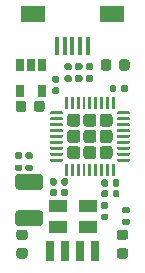
<source format=gbr>
%TF.GenerationSoftware,KiCad,Pcbnew,(5.1.8)-1*%
%TF.CreationDate,2021-01-22T22:27:45+01:00*%
%TF.ProjectId,IRMP_stm32,49524d50-5f73-4746-9d33-322e6b696361,rev?*%
%TF.SameCoordinates,Original*%
%TF.FileFunction,Paste,Top*%
%TF.FilePolarity,Positive*%
%FSLAX46Y46*%
G04 Gerber Fmt 4.6, Leading zero omitted, Abs format (unit mm)*
G04 Created by KiCad (PCBNEW (5.1.8)-1) date 2021-01-22 22:27:45*
%MOMM*%
%LPD*%
G01*
G04 APERTURE LIST*
%ADD10R,1.500000X1.000000*%
%ADD11R,0.800000X1.800000*%
%ADD12R,2.000000X1.350000*%
%ADD13R,0.400000X1.500000*%
%ADD14R,0.650000X1.060000*%
G04 APERTURE END LIST*
D10*
%TO.C,XC1*%
X121250000Y-115800000D03*
X118750000Y-115800000D03*
X118750000Y-114000000D03*
X121250000Y-114000000D03*
%TD*%
D11*
%TO.C,U1*%
X121855000Y-117850000D03*
X120585000Y-117850000D03*
X119315000Y-117850000D03*
X118045000Y-117850000D03*
%TD*%
D12*
%TO.C,X1*%
X116600000Y-97800000D03*
D13*
X121250000Y-100500000D03*
X120600000Y-100500000D03*
X119950000Y-100500000D03*
X119300000Y-100500000D03*
X118650000Y-100500000D03*
D12*
X123300000Y-97800000D03*
%TD*%
%TO.C,R5*%
G36*
G01*
X124685000Y-114650000D02*
X124315000Y-114650000D01*
G75*
G02*
X124180000Y-114515000I0J135000D01*
G01*
X124180000Y-114245000D01*
G75*
G02*
X124315000Y-114110000I135000J0D01*
G01*
X124685000Y-114110000D01*
G75*
G02*
X124820000Y-114245000I0J-135000D01*
G01*
X124820000Y-114515000D01*
G75*
G02*
X124685000Y-114650000I-135000J0D01*
G01*
G37*
G36*
G01*
X124685000Y-115670000D02*
X124315000Y-115670000D01*
G75*
G02*
X124180000Y-115535000I0J135000D01*
G01*
X124180000Y-115265000D01*
G75*
G02*
X124315000Y-115130000I135000J0D01*
G01*
X124685000Y-115130000D01*
G75*
G02*
X124820000Y-115265000I0J-135000D01*
G01*
X124820000Y-115535000D01*
G75*
G02*
X124685000Y-115670000I-135000J0D01*
G01*
G37*
%TD*%
%TO.C,D1*%
G36*
G01*
X124456250Y-116912500D02*
X123943750Y-116912500D01*
G75*
G02*
X123725000Y-116693750I0J218750D01*
G01*
X123725000Y-116256250D01*
G75*
G02*
X123943750Y-116037500I218750J0D01*
G01*
X124456250Y-116037500D01*
G75*
G02*
X124675000Y-116256250I0J-218750D01*
G01*
X124675000Y-116693750D01*
G75*
G02*
X124456250Y-116912500I-218750J0D01*
G01*
G37*
G36*
G01*
X124456250Y-118487500D02*
X123943750Y-118487500D01*
G75*
G02*
X123725000Y-118268750I0J218750D01*
G01*
X123725000Y-117831250D01*
G75*
G02*
X123943750Y-117612500I218750J0D01*
G01*
X124456250Y-117612500D01*
G75*
G02*
X124675000Y-117831250I0J-218750D01*
G01*
X124675000Y-118268750D01*
G75*
G02*
X124456250Y-118487500I-218750J0D01*
G01*
G37*
%TD*%
%TO.C,R6*%
G36*
G01*
X116115000Y-110530000D02*
X116485000Y-110530000D01*
G75*
G02*
X116620000Y-110665000I0J-135000D01*
G01*
X116620000Y-110935000D01*
G75*
G02*
X116485000Y-111070000I-135000J0D01*
G01*
X116115000Y-111070000D01*
G75*
G02*
X115980000Y-110935000I0J135000D01*
G01*
X115980000Y-110665000D01*
G75*
G02*
X116115000Y-110530000I135000J0D01*
G01*
G37*
G36*
G01*
X116115000Y-109510000D02*
X116485000Y-109510000D01*
G75*
G02*
X116620000Y-109645000I0J-135000D01*
G01*
X116620000Y-109915000D01*
G75*
G02*
X116485000Y-110050000I-135000J0D01*
G01*
X116115000Y-110050000D01*
G75*
G02*
X115980000Y-109915000I0J135000D01*
G01*
X115980000Y-109645000D01*
G75*
G02*
X116115000Y-109510000I135000J0D01*
G01*
G37*
%TD*%
%TO.C,D2*%
G36*
G01*
X115956250Y-116912500D02*
X115443750Y-116912500D01*
G75*
G02*
X115225000Y-116693750I0J218750D01*
G01*
X115225000Y-116256250D01*
G75*
G02*
X115443750Y-116037500I218750J0D01*
G01*
X115956250Y-116037500D01*
G75*
G02*
X116175000Y-116256250I0J-218750D01*
G01*
X116175000Y-116693750D01*
G75*
G02*
X115956250Y-116912500I-218750J0D01*
G01*
G37*
G36*
G01*
X115956250Y-118487500D02*
X115443750Y-118487500D01*
G75*
G02*
X115225000Y-118268750I0J218750D01*
G01*
X115225000Y-117831250D01*
G75*
G02*
X115443750Y-117612500I218750J0D01*
G01*
X115956250Y-117612500D01*
G75*
G02*
X116175000Y-117831250I0J-218750D01*
G01*
X116175000Y-118268750D01*
G75*
G02*
X115956250Y-118487500I-218750J0D01*
G01*
G37*
%TD*%
%TO.C,C1*%
G36*
G01*
X117225001Y-112662500D02*
X115374999Y-112662500D01*
G75*
G02*
X115125000Y-112412501I0J249999D01*
G01*
X115125000Y-111587499D01*
G75*
G02*
X115374999Y-111337500I249999J0D01*
G01*
X117225001Y-111337500D01*
G75*
G02*
X117475000Y-111587499I0J-249999D01*
G01*
X117475000Y-112412501D01*
G75*
G02*
X117225001Y-112662500I-249999J0D01*
G01*
G37*
G36*
G01*
X117225001Y-115737500D02*
X115374999Y-115737500D01*
G75*
G02*
X115125000Y-115487501I0J249999D01*
G01*
X115125000Y-114662499D01*
G75*
G02*
X115374999Y-114412500I249999J0D01*
G01*
X117225001Y-114412500D01*
G75*
G02*
X117475000Y-114662499I0J-249999D01*
G01*
X117475000Y-115487501D01*
G75*
G02*
X117225001Y-115737500I-249999J0D01*
G01*
G37*
%TD*%
D14*
%TO.C,U2*%
X117400000Y-104300000D03*
X115500000Y-104300000D03*
X115500000Y-102100000D03*
X116450000Y-102100000D03*
X117400000Y-102100000D03*
%TD*%
%TO.C,U3*%
G36*
G01*
X123113000Y-107332000D02*
X122513000Y-107332000D01*
G75*
G02*
X122263000Y-107082000I0J250000D01*
G01*
X122263000Y-106482000D01*
G75*
G02*
X122513000Y-106232000I250000J0D01*
G01*
X123113000Y-106232000D01*
G75*
G02*
X123363000Y-106482000I0J-250000D01*
G01*
X123363000Y-107082000D01*
G75*
G02*
X123113000Y-107332000I-250000J0D01*
G01*
G37*
G36*
G01*
X121743000Y-107332000D02*
X121143000Y-107332000D01*
G75*
G02*
X120893000Y-107082000I0J250000D01*
G01*
X120893000Y-106482000D01*
G75*
G02*
X121143000Y-106232000I250000J0D01*
G01*
X121743000Y-106232000D01*
G75*
G02*
X121993000Y-106482000I0J-250000D01*
G01*
X121993000Y-107082000D01*
G75*
G02*
X121743000Y-107332000I-250000J0D01*
G01*
G37*
G36*
G01*
X120373000Y-107332000D02*
X119773000Y-107332000D01*
G75*
G02*
X119523000Y-107082000I0J250000D01*
G01*
X119523000Y-106482000D01*
G75*
G02*
X119773000Y-106232000I250000J0D01*
G01*
X120373000Y-106232000D01*
G75*
G02*
X120623000Y-106482000I0J-250000D01*
G01*
X120623000Y-107082000D01*
G75*
G02*
X120373000Y-107332000I-250000J0D01*
G01*
G37*
G36*
G01*
X123113000Y-108702000D02*
X122513000Y-108702000D01*
G75*
G02*
X122263000Y-108452000I0J250000D01*
G01*
X122263000Y-107852000D01*
G75*
G02*
X122513000Y-107602000I250000J0D01*
G01*
X123113000Y-107602000D01*
G75*
G02*
X123363000Y-107852000I0J-250000D01*
G01*
X123363000Y-108452000D01*
G75*
G02*
X123113000Y-108702000I-250000J0D01*
G01*
G37*
G36*
G01*
X121743000Y-108702000D02*
X121143000Y-108702000D01*
G75*
G02*
X120893000Y-108452000I0J250000D01*
G01*
X120893000Y-107852000D01*
G75*
G02*
X121143000Y-107602000I250000J0D01*
G01*
X121743000Y-107602000D01*
G75*
G02*
X121993000Y-107852000I0J-250000D01*
G01*
X121993000Y-108452000D01*
G75*
G02*
X121743000Y-108702000I-250000J0D01*
G01*
G37*
G36*
G01*
X120373000Y-108702000D02*
X119773000Y-108702000D01*
G75*
G02*
X119523000Y-108452000I0J250000D01*
G01*
X119523000Y-107852000D01*
G75*
G02*
X119773000Y-107602000I250000J0D01*
G01*
X120373000Y-107602000D01*
G75*
G02*
X120623000Y-107852000I0J-250000D01*
G01*
X120623000Y-108452000D01*
G75*
G02*
X120373000Y-108702000I-250000J0D01*
G01*
G37*
G36*
G01*
X123113000Y-110072000D02*
X122513000Y-110072000D01*
G75*
G02*
X122263000Y-109822000I0J250000D01*
G01*
X122263000Y-109222000D01*
G75*
G02*
X122513000Y-108972000I250000J0D01*
G01*
X123113000Y-108972000D01*
G75*
G02*
X123363000Y-109222000I0J-250000D01*
G01*
X123363000Y-109822000D01*
G75*
G02*
X123113000Y-110072000I-250000J0D01*
G01*
G37*
G36*
G01*
X121743000Y-110072000D02*
X121143000Y-110072000D01*
G75*
G02*
X120893000Y-109822000I0J250000D01*
G01*
X120893000Y-109222000D01*
G75*
G02*
X121143000Y-108972000I250000J0D01*
G01*
X121743000Y-108972000D01*
G75*
G02*
X121993000Y-109222000I0J-250000D01*
G01*
X121993000Y-109822000D01*
G75*
G02*
X121743000Y-110072000I-250000J0D01*
G01*
G37*
G36*
G01*
X120373000Y-110072000D02*
X119773000Y-110072000D01*
G75*
G02*
X119523000Y-109822000I0J250000D01*
G01*
X119523000Y-109222000D01*
G75*
G02*
X119773000Y-108972000I250000J0D01*
G01*
X120373000Y-108972000D01*
G75*
G02*
X120623000Y-109222000I0J-250000D01*
G01*
X120623000Y-109822000D01*
G75*
G02*
X120373000Y-110072000I-250000J0D01*
G01*
G37*
G36*
G01*
X119080500Y-110277000D02*
X118130500Y-110277000D01*
G75*
G02*
X118068000Y-110214500I0J62500D01*
G01*
X118068000Y-110089500D01*
G75*
G02*
X118130500Y-110027000I62500J0D01*
G01*
X119080500Y-110027000D01*
G75*
G02*
X119143000Y-110089500I0J-62500D01*
G01*
X119143000Y-110214500D01*
G75*
G02*
X119080500Y-110277000I-62500J0D01*
G01*
G37*
G36*
G01*
X119080500Y-109777000D02*
X118130500Y-109777000D01*
G75*
G02*
X118068000Y-109714500I0J62500D01*
G01*
X118068000Y-109589500D01*
G75*
G02*
X118130500Y-109527000I62500J0D01*
G01*
X119080500Y-109527000D01*
G75*
G02*
X119143000Y-109589500I0J-62500D01*
G01*
X119143000Y-109714500D01*
G75*
G02*
X119080500Y-109777000I-62500J0D01*
G01*
G37*
G36*
G01*
X119080500Y-109277000D02*
X118130500Y-109277000D01*
G75*
G02*
X118068000Y-109214500I0J62500D01*
G01*
X118068000Y-109089500D01*
G75*
G02*
X118130500Y-109027000I62500J0D01*
G01*
X119080500Y-109027000D01*
G75*
G02*
X119143000Y-109089500I0J-62500D01*
G01*
X119143000Y-109214500D01*
G75*
G02*
X119080500Y-109277000I-62500J0D01*
G01*
G37*
G36*
G01*
X119080500Y-108777000D02*
X118130500Y-108777000D01*
G75*
G02*
X118068000Y-108714500I0J62500D01*
G01*
X118068000Y-108589500D01*
G75*
G02*
X118130500Y-108527000I62500J0D01*
G01*
X119080500Y-108527000D01*
G75*
G02*
X119143000Y-108589500I0J-62500D01*
G01*
X119143000Y-108714500D01*
G75*
G02*
X119080500Y-108777000I-62500J0D01*
G01*
G37*
G36*
G01*
X119080500Y-108277000D02*
X118130500Y-108277000D01*
G75*
G02*
X118068000Y-108214500I0J62500D01*
G01*
X118068000Y-108089500D01*
G75*
G02*
X118130500Y-108027000I62500J0D01*
G01*
X119080500Y-108027000D01*
G75*
G02*
X119143000Y-108089500I0J-62500D01*
G01*
X119143000Y-108214500D01*
G75*
G02*
X119080500Y-108277000I-62500J0D01*
G01*
G37*
G36*
G01*
X119080500Y-107777000D02*
X118130500Y-107777000D01*
G75*
G02*
X118068000Y-107714500I0J62500D01*
G01*
X118068000Y-107589500D01*
G75*
G02*
X118130500Y-107527000I62500J0D01*
G01*
X119080500Y-107527000D01*
G75*
G02*
X119143000Y-107589500I0J-62500D01*
G01*
X119143000Y-107714500D01*
G75*
G02*
X119080500Y-107777000I-62500J0D01*
G01*
G37*
G36*
G01*
X119080500Y-107277000D02*
X118130500Y-107277000D01*
G75*
G02*
X118068000Y-107214500I0J62500D01*
G01*
X118068000Y-107089500D01*
G75*
G02*
X118130500Y-107027000I62500J0D01*
G01*
X119080500Y-107027000D01*
G75*
G02*
X119143000Y-107089500I0J-62500D01*
G01*
X119143000Y-107214500D01*
G75*
G02*
X119080500Y-107277000I-62500J0D01*
G01*
G37*
G36*
G01*
X119080500Y-106777000D02*
X118130500Y-106777000D01*
G75*
G02*
X118068000Y-106714500I0J62500D01*
G01*
X118068000Y-106589500D01*
G75*
G02*
X118130500Y-106527000I62500J0D01*
G01*
X119080500Y-106527000D01*
G75*
G02*
X119143000Y-106589500I0J-62500D01*
G01*
X119143000Y-106714500D01*
G75*
G02*
X119080500Y-106777000I-62500J0D01*
G01*
G37*
G36*
G01*
X119080500Y-106277000D02*
X118130500Y-106277000D01*
G75*
G02*
X118068000Y-106214500I0J62500D01*
G01*
X118068000Y-106089500D01*
G75*
G02*
X118130500Y-106027000I62500J0D01*
G01*
X119080500Y-106027000D01*
G75*
G02*
X119143000Y-106089500I0J-62500D01*
G01*
X119143000Y-106214500D01*
G75*
G02*
X119080500Y-106277000I-62500J0D01*
G01*
G37*
G36*
G01*
X119505500Y-105852000D02*
X119380500Y-105852000D01*
G75*
G02*
X119318000Y-105789500I0J62500D01*
G01*
X119318000Y-104839500D01*
G75*
G02*
X119380500Y-104777000I62500J0D01*
G01*
X119505500Y-104777000D01*
G75*
G02*
X119568000Y-104839500I0J-62500D01*
G01*
X119568000Y-105789500D01*
G75*
G02*
X119505500Y-105852000I-62500J0D01*
G01*
G37*
G36*
G01*
X120005500Y-105852000D02*
X119880500Y-105852000D01*
G75*
G02*
X119818000Y-105789500I0J62500D01*
G01*
X119818000Y-104839500D01*
G75*
G02*
X119880500Y-104777000I62500J0D01*
G01*
X120005500Y-104777000D01*
G75*
G02*
X120068000Y-104839500I0J-62500D01*
G01*
X120068000Y-105789500D01*
G75*
G02*
X120005500Y-105852000I-62500J0D01*
G01*
G37*
G36*
G01*
X120505500Y-105852000D02*
X120380500Y-105852000D01*
G75*
G02*
X120318000Y-105789500I0J62500D01*
G01*
X120318000Y-104839500D01*
G75*
G02*
X120380500Y-104777000I62500J0D01*
G01*
X120505500Y-104777000D01*
G75*
G02*
X120568000Y-104839500I0J-62500D01*
G01*
X120568000Y-105789500D01*
G75*
G02*
X120505500Y-105852000I-62500J0D01*
G01*
G37*
G36*
G01*
X121005500Y-105852000D02*
X120880500Y-105852000D01*
G75*
G02*
X120818000Y-105789500I0J62500D01*
G01*
X120818000Y-104839500D01*
G75*
G02*
X120880500Y-104777000I62500J0D01*
G01*
X121005500Y-104777000D01*
G75*
G02*
X121068000Y-104839500I0J-62500D01*
G01*
X121068000Y-105789500D01*
G75*
G02*
X121005500Y-105852000I-62500J0D01*
G01*
G37*
G36*
G01*
X121505500Y-105852000D02*
X121380500Y-105852000D01*
G75*
G02*
X121318000Y-105789500I0J62500D01*
G01*
X121318000Y-104839500D01*
G75*
G02*
X121380500Y-104777000I62500J0D01*
G01*
X121505500Y-104777000D01*
G75*
G02*
X121568000Y-104839500I0J-62500D01*
G01*
X121568000Y-105789500D01*
G75*
G02*
X121505500Y-105852000I-62500J0D01*
G01*
G37*
G36*
G01*
X122005500Y-105852000D02*
X121880500Y-105852000D01*
G75*
G02*
X121818000Y-105789500I0J62500D01*
G01*
X121818000Y-104839500D01*
G75*
G02*
X121880500Y-104777000I62500J0D01*
G01*
X122005500Y-104777000D01*
G75*
G02*
X122068000Y-104839500I0J-62500D01*
G01*
X122068000Y-105789500D01*
G75*
G02*
X122005500Y-105852000I-62500J0D01*
G01*
G37*
G36*
G01*
X122505500Y-105852000D02*
X122380500Y-105852000D01*
G75*
G02*
X122318000Y-105789500I0J62500D01*
G01*
X122318000Y-104839500D01*
G75*
G02*
X122380500Y-104777000I62500J0D01*
G01*
X122505500Y-104777000D01*
G75*
G02*
X122568000Y-104839500I0J-62500D01*
G01*
X122568000Y-105789500D01*
G75*
G02*
X122505500Y-105852000I-62500J0D01*
G01*
G37*
G36*
G01*
X123005500Y-105852000D02*
X122880500Y-105852000D01*
G75*
G02*
X122818000Y-105789500I0J62500D01*
G01*
X122818000Y-104839500D01*
G75*
G02*
X122880500Y-104777000I62500J0D01*
G01*
X123005500Y-104777000D01*
G75*
G02*
X123068000Y-104839500I0J-62500D01*
G01*
X123068000Y-105789500D01*
G75*
G02*
X123005500Y-105852000I-62500J0D01*
G01*
G37*
G36*
G01*
X123505500Y-105852000D02*
X123380500Y-105852000D01*
G75*
G02*
X123318000Y-105789500I0J62500D01*
G01*
X123318000Y-104839500D01*
G75*
G02*
X123380500Y-104777000I62500J0D01*
G01*
X123505500Y-104777000D01*
G75*
G02*
X123568000Y-104839500I0J-62500D01*
G01*
X123568000Y-105789500D01*
G75*
G02*
X123505500Y-105852000I-62500J0D01*
G01*
G37*
G36*
G01*
X124755500Y-106277000D02*
X123805500Y-106277000D01*
G75*
G02*
X123743000Y-106214500I0J62500D01*
G01*
X123743000Y-106089500D01*
G75*
G02*
X123805500Y-106027000I62500J0D01*
G01*
X124755500Y-106027000D01*
G75*
G02*
X124818000Y-106089500I0J-62500D01*
G01*
X124818000Y-106214500D01*
G75*
G02*
X124755500Y-106277000I-62500J0D01*
G01*
G37*
G36*
G01*
X124755500Y-106777000D02*
X123805500Y-106777000D01*
G75*
G02*
X123743000Y-106714500I0J62500D01*
G01*
X123743000Y-106589500D01*
G75*
G02*
X123805500Y-106527000I62500J0D01*
G01*
X124755500Y-106527000D01*
G75*
G02*
X124818000Y-106589500I0J-62500D01*
G01*
X124818000Y-106714500D01*
G75*
G02*
X124755500Y-106777000I-62500J0D01*
G01*
G37*
G36*
G01*
X124755500Y-107277000D02*
X123805500Y-107277000D01*
G75*
G02*
X123743000Y-107214500I0J62500D01*
G01*
X123743000Y-107089500D01*
G75*
G02*
X123805500Y-107027000I62500J0D01*
G01*
X124755500Y-107027000D01*
G75*
G02*
X124818000Y-107089500I0J-62500D01*
G01*
X124818000Y-107214500D01*
G75*
G02*
X124755500Y-107277000I-62500J0D01*
G01*
G37*
G36*
G01*
X124755500Y-107777000D02*
X123805500Y-107777000D01*
G75*
G02*
X123743000Y-107714500I0J62500D01*
G01*
X123743000Y-107589500D01*
G75*
G02*
X123805500Y-107527000I62500J0D01*
G01*
X124755500Y-107527000D01*
G75*
G02*
X124818000Y-107589500I0J-62500D01*
G01*
X124818000Y-107714500D01*
G75*
G02*
X124755500Y-107777000I-62500J0D01*
G01*
G37*
G36*
G01*
X124755500Y-108277000D02*
X123805500Y-108277000D01*
G75*
G02*
X123743000Y-108214500I0J62500D01*
G01*
X123743000Y-108089500D01*
G75*
G02*
X123805500Y-108027000I62500J0D01*
G01*
X124755500Y-108027000D01*
G75*
G02*
X124818000Y-108089500I0J-62500D01*
G01*
X124818000Y-108214500D01*
G75*
G02*
X124755500Y-108277000I-62500J0D01*
G01*
G37*
G36*
G01*
X124755500Y-108777000D02*
X123805500Y-108777000D01*
G75*
G02*
X123743000Y-108714500I0J62500D01*
G01*
X123743000Y-108589500D01*
G75*
G02*
X123805500Y-108527000I62500J0D01*
G01*
X124755500Y-108527000D01*
G75*
G02*
X124818000Y-108589500I0J-62500D01*
G01*
X124818000Y-108714500D01*
G75*
G02*
X124755500Y-108777000I-62500J0D01*
G01*
G37*
G36*
G01*
X124755500Y-109277000D02*
X123805500Y-109277000D01*
G75*
G02*
X123743000Y-109214500I0J62500D01*
G01*
X123743000Y-109089500D01*
G75*
G02*
X123805500Y-109027000I62500J0D01*
G01*
X124755500Y-109027000D01*
G75*
G02*
X124818000Y-109089500I0J-62500D01*
G01*
X124818000Y-109214500D01*
G75*
G02*
X124755500Y-109277000I-62500J0D01*
G01*
G37*
G36*
G01*
X124755500Y-109777000D02*
X123805500Y-109777000D01*
G75*
G02*
X123743000Y-109714500I0J62500D01*
G01*
X123743000Y-109589500D01*
G75*
G02*
X123805500Y-109527000I62500J0D01*
G01*
X124755500Y-109527000D01*
G75*
G02*
X124818000Y-109589500I0J-62500D01*
G01*
X124818000Y-109714500D01*
G75*
G02*
X124755500Y-109777000I-62500J0D01*
G01*
G37*
G36*
G01*
X124755500Y-110277000D02*
X123805500Y-110277000D01*
G75*
G02*
X123743000Y-110214500I0J62500D01*
G01*
X123743000Y-110089500D01*
G75*
G02*
X123805500Y-110027000I62500J0D01*
G01*
X124755500Y-110027000D01*
G75*
G02*
X124818000Y-110089500I0J-62500D01*
G01*
X124818000Y-110214500D01*
G75*
G02*
X124755500Y-110277000I-62500J0D01*
G01*
G37*
G36*
G01*
X123505500Y-111527000D02*
X123380500Y-111527000D01*
G75*
G02*
X123318000Y-111464500I0J62500D01*
G01*
X123318000Y-110514500D01*
G75*
G02*
X123380500Y-110452000I62500J0D01*
G01*
X123505500Y-110452000D01*
G75*
G02*
X123568000Y-110514500I0J-62500D01*
G01*
X123568000Y-111464500D01*
G75*
G02*
X123505500Y-111527000I-62500J0D01*
G01*
G37*
G36*
G01*
X123005500Y-111527000D02*
X122880500Y-111527000D01*
G75*
G02*
X122818000Y-111464500I0J62500D01*
G01*
X122818000Y-110514500D01*
G75*
G02*
X122880500Y-110452000I62500J0D01*
G01*
X123005500Y-110452000D01*
G75*
G02*
X123068000Y-110514500I0J-62500D01*
G01*
X123068000Y-111464500D01*
G75*
G02*
X123005500Y-111527000I-62500J0D01*
G01*
G37*
G36*
G01*
X122505500Y-111527000D02*
X122380500Y-111527000D01*
G75*
G02*
X122318000Y-111464500I0J62500D01*
G01*
X122318000Y-110514500D01*
G75*
G02*
X122380500Y-110452000I62500J0D01*
G01*
X122505500Y-110452000D01*
G75*
G02*
X122568000Y-110514500I0J-62500D01*
G01*
X122568000Y-111464500D01*
G75*
G02*
X122505500Y-111527000I-62500J0D01*
G01*
G37*
G36*
G01*
X122005500Y-111527000D02*
X121880500Y-111527000D01*
G75*
G02*
X121818000Y-111464500I0J62500D01*
G01*
X121818000Y-110514500D01*
G75*
G02*
X121880500Y-110452000I62500J0D01*
G01*
X122005500Y-110452000D01*
G75*
G02*
X122068000Y-110514500I0J-62500D01*
G01*
X122068000Y-111464500D01*
G75*
G02*
X122005500Y-111527000I-62500J0D01*
G01*
G37*
G36*
G01*
X121505500Y-111527000D02*
X121380500Y-111527000D01*
G75*
G02*
X121318000Y-111464500I0J62500D01*
G01*
X121318000Y-110514500D01*
G75*
G02*
X121380500Y-110452000I62500J0D01*
G01*
X121505500Y-110452000D01*
G75*
G02*
X121568000Y-110514500I0J-62500D01*
G01*
X121568000Y-111464500D01*
G75*
G02*
X121505500Y-111527000I-62500J0D01*
G01*
G37*
G36*
G01*
X121005500Y-111527000D02*
X120880500Y-111527000D01*
G75*
G02*
X120818000Y-111464500I0J62500D01*
G01*
X120818000Y-110514500D01*
G75*
G02*
X120880500Y-110452000I62500J0D01*
G01*
X121005500Y-110452000D01*
G75*
G02*
X121068000Y-110514500I0J-62500D01*
G01*
X121068000Y-111464500D01*
G75*
G02*
X121005500Y-111527000I-62500J0D01*
G01*
G37*
G36*
G01*
X120505500Y-111527000D02*
X120380500Y-111527000D01*
G75*
G02*
X120318000Y-111464500I0J62500D01*
G01*
X120318000Y-110514500D01*
G75*
G02*
X120380500Y-110452000I62500J0D01*
G01*
X120505500Y-110452000D01*
G75*
G02*
X120568000Y-110514500I0J-62500D01*
G01*
X120568000Y-111464500D01*
G75*
G02*
X120505500Y-111527000I-62500J0D01*
G01*
G37*
G36*
G01*
X120005500Y-111527000D02*
X119880500Y-111527000D01*
G75*
G02*
X119818000Y-111464500I0J62500D01*
G01*
X119818000Y-110514500D01*
G75*
G02*
X119880500Y-110452000I62500J0D01*
G01*
X120005500Y-110452000D01*
G75*
G02*
X120068000Y-110514500I0J-62500D01*
G01*
X120068000Y-111464500D01*
G75*
G02*
X120005500Y-111527000I-62500J0D01*
G01*
G37*
G36*
G01*
X119505500Y-111527000D02*
X119380500Y-111527000D01*
G75*
G02*
X119318000Y-111464500I0J62500D01*
G01*
X119318000Y-110514500D01*
G75*
G02*
X119380500Y-110452000I62500J0D01*
G01*
X119505500Y-110452000D01*
G75*
G02*
X119568000Y-110514500I0J-62500D01*
G01*
X119568000Y-111464500D01*
G75*
G02*
X119505500Y-111527000I-62500J0D01*
G01*
G37*
%TD*%
%TO.C,C6*%
G36*
G01*
X116700000Y-105850000D02*
X116700000Y-105350000D01*
G75*
G02*
X116925000Y-105125000I225000J0D01*
G01*
X117375000Y-105125000D01*
G75*
G02*
X117600000Y-105350000I0J-225000D01*
G01*
X117600000Y-105850000D01*
G75*
G02*
X117375000Y-106075000I-225000J0D01*
G01*
X116925000Y-106075000D01*
G75*
G02*
X116700000Y-105850000I0J225000D01*
G01*
G37*
G36*
G01*
X115150000Y-105850000D02*
X115150000Y-105350000D01*
G75*
G02*
X115375000Y-105125000I225000J0D01*
G01*
X115825000Y-105125000D01*
G75*
G02*
X116050000Y-105350000I0J-225000D01*
G01*
X116050000Y-105850000D01*
G75*
G02*
X115825000Y-106075000I-225000J0D01*
G01*
X115375000Y-106075000D01*
G75*
G02*
X115150000Y-105850000I0J225000D01*
G01*
G37*
%TD*%
%TO.C,C7*%
G36*
G01*
X122980000Y-111930000D02*
X122980000Y-112270000D01*
G75*
G02*
X122840000Y-112410000I-140000J0D01*
G01*
X122560000Y-112410000D01*
G75*
G02*
X122420000Y-112270000I0J140000D01*
G01*
X122420000Y-111930000D01*
G75*
G02*
X122560000Y-111790000I140000J0D01*
G01*
X122840000Y-111790000D01*
G75*
G02*
X122980000Y-111930000I0J-140000D01*
G01*
G37*
G36*
G01*
X123940000Y-111930000D02*
X123940000Y-112270000D01*
G75*
G02*
X123800000Y-112410000I-140000J0D01*
G01*
X123520000Y-112410000D01*
G75*
G02*
X123380000Y-112270000I0J140000D01*
G01*
X123380000Y-111930000D01*
G75*
G02*
X123520000Y-111790000I140000J0D01*
G01*
X123800000Y-111790000D01*
G75*
G02*
X123940000Y-111930000I0J-140000D01*
G01*
G37*
%TD*%
%TO.C,C4*%
G36*
G01*
X122980000Y-112830000D02*
X122980000Y-113170000D01*
G75*
G02*
X122840000Y-113310000I-140000J0D01*
G01*
X122560000Y-113310000D01*
G75*
G02*
X122420000Y-113170000I0J140000D01*
G01*
X122420000Y-112830000D01*
G75*
G02*
X122560000Y-112690000I140000J0D01*
G01*
X122840000Y-112690000D01*
G75*
G02*
X122980000Y-112830000I0J-140000D01*
G01*
G37*
G36*
G01*
X123940000Y-112830000D02*
X123940000Y-113170000D01*
G75*
G02*
X123800000Y-113310000I-140000J0D01*
G01*
X123520000Y-113310000D01*
G75*
G02*
X123380000Y-113170000I0J140000D01*
G01*
X123380000Y-112830000D01*
G75*
G02*
X123520000Y-112690000I140000J0D01*
G01*
X123800000Y-112690000D01*
G75*
G02*
X123940000Y-112830000I0J-140000D01*
G01*
G37*
%TD*%
%TO.C,C2*%
G36*
G01*
X122870000Y-114280000D02*
X122530000Y-114280000D01*
G75*
G02*
X122390000Y-114140000I0J140000D01*
G01*
X122390000Y-113860000D01*
G75*
G02*
X122530000Y-113720000I140000J0D01*
G01*
X122870000Y-113720000D01*
G75*
G02*
X123010000Y-113860000I0J-140000D01*
G01*
X123010000Y-114140000D01*
G75*
G02*
X122870000Y-114280000I-140000J0D01*
G01*
G37*
G36*
G01*
X122870000Y-115240000D02*
X122530000Y-115240000D01*
G75*
G02*
X122390000Y-115100000I0J140000D01*
G01*
X122390000Y-114820000D01*
G75*
G02*
X122530000Y-114680000I140000J0D01*
G01*
X122870000Y-114680000D01*
G75*
G02*
X123010000Y-114820000I0J-140000D01*
G01*
X123010000Y-115100000D01*
G75*
G02*
X122870000Y-115240000I-140000J0D01*
G01*
G37*
%TD*%
%TO.C,C3*%
G36*
G01*
X123250000Y-101850000D02*
X123250000Y-102350000D01*
G75*
G02*
X123025000Y-102575000I-225000J0D01*
G01*
X122575000Y-102575000D01*
G75*
G02*
X122350000Y-102350000I0J225000D01*
G01*
X122350000Y-101850000D01*
G75*
G02*
X122575000Y-101625000I225000J0D01*
G01*
X123025000Y-101625000D01*
G75*
G02*
X123250000Y-101850000I0J-225000D01*
G01*
G37*
G36*
G01*
X124800000Y-101850000D02*
X124800000Y-102350000D01*
G75*
G02*
X124575000Y-102575000I-225000J0D01*
G01*
X124125000Y-102575000D01*
G75*
G02*
X123900000Y-102350000I0J225000D01*
G01*
X123900000Y-101850000D01*
G75*
G02*
X124125000Y-101625000I225000J0D01*
G01*
X124575000Y-101625000D01*
G75*
G02*
X124800000Y-101850000I0J-225000D01*
G01*
G37*
%TD*%
%TO.C,C8*%
G36*
G01*
X123680000Y-103930000D02*
X123680000Y-104270000D01*
G75*
G02*
X123540000Y-104410000I-140000J0D01*
G01*
X123260000Y-104410000D01*
G75*
G02*
X123120000Y-104270000I0J140000D01*
G01*
X123120000Y-103930000D01*
G75*
G02*
X123260000Y-103790000I140000J0D01*
G01*
X123540000Y-103790000D01*
G75*
G02*
X123680000Y-103930000I0J-140000D01*
G01*
G37*
G36*
G01*
X124640000Y-103930000D02*
X124640000Y-104270000D01*
G75*
G02*
X124500000Y-104410000I-140000J0D01*
G01*
X124220000Y-104410000D01*
G75*
G02*
X124080000Y-104270000I0J140000D01*
G01*
X124080000Y-103930000D01*
G75*
G02*
X124220000Y-103790000I140000J0D01*
G01*
X124500000Y-103790000D01*
G75*
G02*
X124640000Y-103930000I0J-140000D01*
G01*
G37*
%TD*%
%TO.C,R2*%
G36*
G01*
X120685000Y-102505000D02*
X120315000Y-102505000D01*
G75*
G02*
X120180000Y-102370000I0J135000D01*
G01*
X120180000Y-102100000D01*
G75*
G02*
X120315000Y-101965000I135000J0D01*
G01*
X120685000Y-101965000D01*
G75*
G02*
X120820000Y-102100000I0J-135000D01*
G01*
X120820000Y-102370000D01*
G75*
G02*
X120685000Y-102505000I-135000J0D01*
G01*
G37*
G36*
G01*
X120685000Y-103525000D02*
X120315000Y-103525000D01*
G75*
G02*
X120180000Y-103390000I0J135000D01*
G01*
X120180000Y-103120000D01*
G75*
G02*
X120315000Y-102985000I135000J0D01*
G01*
X120685000Y-102985000D01*
G75*
G02*
X120820000Y-103120000I0J-135000D01*
G01*
X120820000Y-103390000D01*
G75*
G02*
X120685000Y-103525000I-135000J0D01*
G01*
G37*
%TD*%
%TO.C,C9*%
G36*
G01*
X119020000Y-112170000D02*
X119020000Y-111830000D01*
G75*
G02*
X119160000Y-111690000I140000J0D01*
G01*
X119440000Y-111690000D01*
G75*
G02*
X119580000Y-111830000I0J-140000D01*
G01*
X119580000Y-112170000D01*
G75*
G02*
X119440000Y-112310000I-140000J0D01*
G01*
X119160000Y-112310000D01*
G75*
G02*
X119020000Y-112170000I0J140000D01*
G01*
G37*
G36*
G01*
X118060000Y-112170000D02*
X118060000Y-111830000D01*
G75*
G02*
X118200000Y-111690000I140000J0D01*
G01*
X118480000Y-111690000D01*
G75*
G02*
X118620000Y-111830000I0J-140000D01*
G01*
X118620000Y-112170000D01*
G75*
G02*
X118480000Y-112310000I-140000J0D01*
G01*
X118200000Y-112310000D01*
G75*
G02*
X118060000Y-112170000I0J140000D01*
G01*
G37*
%TD*%
%TO.C,R3*%
G36*
G01*
X119785000Y-102503000D02*
X119415000Y-102503000D01*
G75*
G02*
X119280000Y-102368000I0J135000D01*
G01*
X119280000Y-102098000D01*
G75*
G02*
X119415000Y-101963000I135000J0D01*
G01*
X119785000Y-101963000D01*
G75*
G02*
X119920000Y-102098000I0J-135000D01*
G01*
X119920000Y-102368000D01*
G75*
G02*
X119785000Y-102503000I-135000J0D01*
G01*
G37*
G36*
G01*
X119785000Y-103523000D02*
X119415000Y-103523000D01*
G75*
G02*
X119280000Y-103388000I0J135000D01*
G01*
X119280000Y-103118000D01*
G75*
G02*
X119415000Y-102983000I135000J0D01*
G01*
X119785000Y-102983000D01*
G75*
G02*
X119920000Y-103118000I0J-135000D01*
G01*
X119920000Y-103388000D01*
G75*
G02*
X119785000Y-103523000I-135000J0D01*
G01*
G37*
%TD*%
%TO.C,R1*%
G36*
G01*
X121585000Y-102505000D02*
X121215000Y-102505000D01*
G75*
G02*
X121080000Y-102370000I0J135000D01*
G01*
X121080000Y-102100000D01*
G75*
G02*
X121215000Y-101965000I135000J0D01*
G01*
X121585000Y-101965000D01*
G75*
G02*
X121720000Y-102100000I0J-135000D01*
G01*
X121720000Y-102370000D01*
G75*
G02*
X121585000Y-102505000I-135000J0D01*
G01*
G37*
G36*
G01*
X121585000Y-103525000D02*
X121215000Y-103525000D01*
G75*
G02*
X121080000Y-103390000I0J135000D01*
G01*
X121080000Y-103120000D01*
G75*
G02*
X121215000Y-102985000I135000J0D01*
G01*
X121585000Y-102985000D01*
G75*
G02*
X121720000Y-103120000I0J-135000D01*
G01*
X121720000Y-103390000D01*
G75*
G02*
X121585000Y-103525000I-135000J0D01*
G01*
G37*
%TD*%
%TO.C,R4*%
G36*
G01*
X115215000Y-110530000D02*
X115585000Y-110530000D01*
G75*
G02*
X115720000Y-110665000I0J-135000D01*
G01*
X115720000Y-110935000D01*
G75*
G02*
X115585000Y-111070000I-135000J0D01*
G01*
X115215000Y-111070000D01*
G75*
G02*
X115080000Y-110935000I0J135000D01*
G01*
X115080000Y-110665000D01*
G75*
G02*
X115215000Y-110530000I135000J0D01*
G01*
G37*
G36*
G01*
X115215000Y-109510000D02*
X115585000Y-109510000D01*
G75*
G02*
X115720000Y-109645000I0J-135000D01*
G01*
X115720000Y-109915000D01*
G75*
G02*
X115585000Y-110050000I-135000J0D01*
G01*
X115215000Y-110050000D01*
G75*
G02*
X115080000Y-109915000I0J135000D01*
G01*
X115080000Y-109645000D01*
G75*
G02*
X115215000Y-109510000I135000J0D01*
G01*
G37*
%TD*%
%TO.C,C10*%
G36*
G01*
X118383000Y-103987000D02*
X118723000Y-103987000D01*
G75*
G02*
X118863000Y-104127000I0J-140000D01*
G01*
X118863000Y-104407000D01*
G75*
G02*
X118723000Y-104547000I-140000J0D01*
G01*
X118383000Y-104547000D01*
G75*
G02*
X118243000Y-104407000I0J140000D01*
G01*
X118243000Y-104127000D01*
G75*
G02*
X118383000Y-103987000I140000J0D01*
G01*
G37*
G36*
G01*
X118383000Y-103027000D02*
X118723000Y-103027000D01*
G75*
G02*
X118863000Y-103167000I0J-140000D01*
G01*
X118863000Y-103447000D01*
G75*
G02*
X118723000Y-103587000I-140000J0D01*
G01*
X118383000Y-103587000D01*
G75*
G02*
X118243000Y-103447000I0J140000D01*
G01*
X118243000Y-103167000D01*
G75*
G02*
X118383000Y-103027000I140000J0D01*
G01*
G37*
%TD*%
%TO.C,C5*%
G36*
G01*
X119020000Y-113070000D02*
X119020000Y-112730000D01*
G75*
G02*
X119160000Y-112590000I140000J0D01*
G01*
X119440000Y-112590000D01*
G75*
G02*
X119580000Y-112730000I0J-140000D01*
G01*
X119580000Y-113070000D01*
G75*
G02*
X119440000Y-113210000I-140000J0D01*
G01*
X119160000Y-113210000D01*
G75*
G02*
X119020000Y-113070000I0J140000D01*
G01*
G37*
G36*
G01*
X118060000Y-113070000D02*
X118060000Y-112730000D01*
G75*
G02*
X118200000Y-112590000I140000J0D01*
G01*
X118480000Y-112590000D01*
G75*
G02*
X118620000Y-112730000I0J-140000D01*
G01*
X118620000Y-113070000D01*
G75*
G02*
X118480000Y-113210000I-140000J0D01*
G01*
X118200000Y-113210000D01*
G75*
G02*
X118060000Y-113070000I0J140000D01*
G01*
G37*
%TD*%
M02*

</source>
